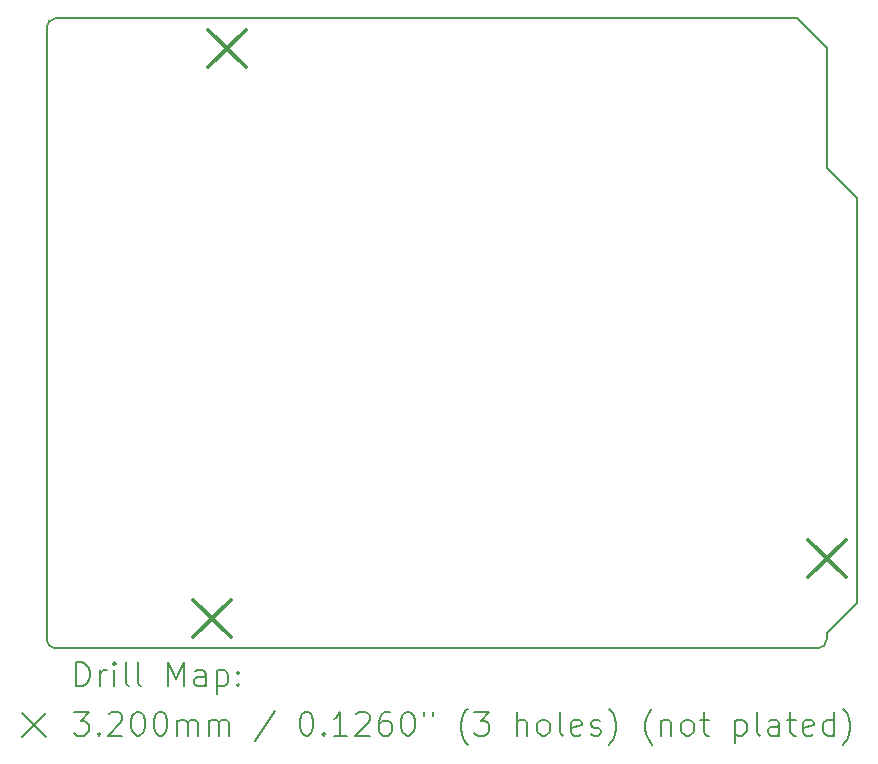
<source format=gbr>
%TF.GenerationSoftware,KiCad,Pcbnew,6.0.11-2627ca5db0~126~ubuntu20.04.1*%
%TF.CreationDate,2023-07-20T11:33:42+02:00*%
%TF.ProjectId,UNO_minimal,554e4f5f-6d69-46e6-996d-616c2e6b6963,rev?*%
%TF.SameCoordinates,Original*%
%TF.FileFunction,Drillmap*%
%TF.FilePolarity,Positive*%
%FSLAX45Y45*%
G04 Gerber Fmt 4.5, Leading zero omitted, Abs format (unit mm)*
G04 Created by KiCad (PCBNEW 6.0.11-2627ca5db0~126~ubuntu20.04.1) date 2023-07-20 11:33:42*
%MOMM*%
%LPD*%
G01*
G04 APERTURE LIST*
%ADD10C,0.150000*%
%ADD11C,0.200000*%
%ADD12C,0.320000*%
G04 APERTURE END LIST*
D10*
X16604000Y-5936000D02*
X16858000Y-6190000D01*
X10000000Y-9923800D02*
X10000000Y-4742200D01*
X16858000Y-6190000D02*
X16858000Y-9619000D01*
X16527800Y-10000000D02*
X10076200Y-10000000D01*
X10076200Y-4666000D02*
X16350000Y-4666000D01*
X10000000Y-9923800D02*
G75*
G03*
X10076200Y-10000000I76200J0D01*
G01*
X16858000Y-9619000D02*
X16604000Y-9873000D01*
X16350000Y-4666000D02*
X16604000Y-4920000D01*
X16527800Y-10000000D02*
G75*
G03*
X16604000Y-9923800I0J76200D01*
G01*
X16604000Y-4920000D02*
X16604000Y-5936000D01*
X16604000Y-9873000D02*
X16604000Y-9923800D01*
X10076200Y-4666000D02*
G75*
G03*
X10000000Y-4742200I0J-76200D01*
G01*
D11*
D12*
X11237000Y-9586000D02*
X11557000Y-9906000D01*
X11557000Y-9586000D02*
X11237000Y-9906000D01*
X11364000Y-4760000D02*
X11684000Y-5080000D01*
X11684000Y-4760000D02*
X11364000Y-5080000D01*
X16444000Y-9078000D02*
X16764000Y-9398000D01*
X16764000Y-9078000D02*
X16444000Y-9398000D01*
D11*
X10250119Y-10317976D02*
X10250119Y-10117976D01*
X10297738Y-10117976D01*
X10326310Y-10127500D01*
X10345357Y-10146548D01*
X10354881Y-10165595D01*
X10364405Y-10203690D01*
X10364405Y-10232262D01*
X10354881Y-10270357D01*
X10345357Y-10289405D01*
X10326310Y-10308452D01*
X10297738Y-10317976D01*
X10250119Y-10317976D01*
X10450119Y-10317976D02*
X10450119Y-10184643D01*
X10450119Y-10222738D02*
X10459643Y-10203690D01*
X10469167Y-10194167D01*
X10488214Y-10184643D01*
X10507262Y-10184643D01*
X10573929Y-10317976D02*
X10573929Y-10184643D01*
X10573929Y-10117976D02*
X10564405Y-10127500D01*
X10573929Y-10137024D01*
X10583452Y-10127500D01*
X10573929Y-10117976D01*
X10573929Y-10137024D01*
X10697738Y-10317976D02*
X10678690Y-10308452D01*
X10669167Y-10289405D01*
X10669167Y-10117976D01*
X10802500Y-10317976D02*
X10783452Y-10308452D01*
X10773929Y-10289405D01*
X10773929Y-10117976D01*
X11031071Y-10317976D02*
X11031071Y-10117976D01*
X11097738Y-10260833D01*
X11164405Y-10117976D01*
X11164405Y-10317976D01*
X11345357Y-10317976D02*
X11345357Y-10213214D01*
X11335833Y-10194167D01*
X11316786Y-10184643D01*
X11278690Y-10184643D01*
X11259643Y-10194167D01*
X11345357Y-10308452D02*
X11326309Y-10317976D01*
X11278690Y-10317976D01*
X11259643Y-10308452D01*
X11250119Y-10289405D01*
X11250119Y-10270357D01*
X11259643Y-10251310D01*
X11278690Y-10241786D01*
X11326309Y-10241786D01*
X11345357Y-10232262D01*
X11440595Y-10184643D02*
X11440595Y-10384643D01*
X11440595Y-10194167D02*
X11459643Y-10184643D01*
X11497738Y-10184643D01*
X11516786Y-10194167D01*
X11526309Y-10203690D01*
X11535833Y-10222738D01*
X11535833Y-10279881D01*
X11526309Y-10298929D01*
X11516786Y-10308452D01*
X11497738Y-10317976D01*
X11459643Y-10317976D01*
X11440595Y-10308452D01*
X11621548Y-10298929D02*
X11631071Y-10308452D01*
X11621548Y-10317976D01*
X11612024Y-10308452D01*
X11621548Y-10298929D01*
X11621548Y-10317976D01*
X11621548Y-10194167D02*
X11631071Y-10203690D01*
X11621548Y-10213214D01*
X11612024Y-10203690D01*
X11621548Y-10194167D01*
X11621548Y-10213214D01*
X9792500Y-10547500D02*
X9992500Y-10747500D01*
X9992500Y-10547500D02*
X9792500Y-10747500D01*
X10231071Y-10537976D02*
X10354881Y-10537976D01*
X10288214Y-10614167D01*
X10316786Y-10614167D01*
X10335833Y-10623690D01*
X10345357Y-10633214D01*
X10354881Y-10652262D01*
X10354881Y-10699881D01*
X10345357Y-10718929D01*
X10335833Y-10728452D01*
X10316786Y-10737976D01*
X10259643Y-10737976D01*
X10240595Y-10728452D01*
X10231071Y-10718929D01*
X10440595Y-10718929D02*
X10450119Y-10728452D01*
X10440595Y-10737976D01*
X10431071Y-10728452D01*
X10440595Y-10718929D01*
X10440595Y-10737976D01*
X10526310Y-10557024D02*
X10535833Y-10547500D01*
X10554881Y-10537976D01*
X10602500Y-10537976D01*
X10621548Y-10547500D01*
X10631071Y-10557024D01*
X10640595Y-10576071D01*
X10640595Y-10595119D01*
X10631071Y-10623690D01*
X10516786Y-10737976D01*
X10640595Y-10737976D01*
X10764405Y-10537976D02*
X10783452Y-10537976D01*
X10802500Y-10547500D01*
X10812024Y-10557024D01*
X10821548Y-10576071D01*
X10831071Y-10614167D01*
X10831071Y-10661786D01*
X10821548Y-10699881D01*
X10812024Y-10718929D01*
X10802500Y-10728452D01*
X10783452Y-10737976D01*
X10764405Y-10737976D01*
X10745357Y-10728452D01*
X10735833Y-10718929D01*
X10726310Y-10699881D01*
X10716786Y-10661786D01*
X10716786Y-10614167D01*
X10726310Y-10576071D01*
X10735833Y-10557024D01*
X10745357Y-10547500D01*
X10764405Y-10537976D01*
X10954881Y-10537976D02*
X10973929Y-10537976D01*
X10992976Y-10547500D01*
X11002500Y-10557024D01*
X11012024Y-10576071D01*
X11021548Y-10614167D01*
X11021548Y-10661786D01*
X11012024Y-10699881D01*
X11002500Y-10718929D01*
X10992976Y-10728452D01*
X10973929Y-10737976D01*
X10954881Y-10737976D01*
X10935833Y-10728452D01*
X10926310Y-10718929D01*
X10916786Y-10699881D01*
X10907262Y-10661786D01*
X10907262Y-10614167D01*
X10916786Y-10576071D01*
X10926310Y-10557024D01*
X10935833Y-10547500D01*
X10954881Y-10537976D01*
X11107262Y-10737976D02*
X11107262Y-10604643D01*
X11107262Y-10623690D02*
X11116786Y-10614167D01*
X11135833Y-10604643D01*
X11164405Y-10604643D01*
X11183452Y-10614167D01*
X11192976Y-10633214D01*
X11192976Y-10737976D01*
X11192976Y-10633214D02*
X11202500Y-10614167D01*
X11221548Y-10604643D01*
X11250119Y-10604643D01*
X11269167Y-10614167D01*
X11278690Y-10633214D01*
X11278690Y-10737976D01*
X11373928Y-10737976D02*
X11373928Y-10604643D01*
X11373928Y-10623690D02*
X11383452Y-10614167D01*
X11402500Y-10604643D01*
X11431071Y-10604643D01*
X11450119Y-10614167D01*
X11459643Y-10633214D01*
X11459643Y-10737976D01*
X11459643Y-10633214D02*
X11469167Y-10614167D01*
X11488214Y-10604643D01*
X11516786Y-10604643D01*
X11535833Y-10614167D01*
X11545357Y-10633214D01*
X11545357Y-10737976D01*
X11935833Y-10528452D02*
X11764405Y-10785595D01*
X12192976Y-10537976D02*
X12212024Y-10537976D01*
X12231071Y-10547500D01*
X12240595Y-10557024D01*
X12250119Y-10576071D01*
X12259643Y-10614167D01*
X12259643Y-10661786D01*
X12250119Y-10699881D01*
X12240595Y-10718929D01*
X12231071Y-10728452D01*
X12212024Y-10737976D01*
X12192976Y-10737976D01*
X12173928Y-10728452D01*
X12164405Y-10718929D01*
X12154881Y-10699881D01*
X12145357Y-10661786D01*
X12145357Y-10614167D01*
X12154881Y-10576071D01*
X12164405Y-10557024D01*
X12173928Y-10547500D01*
X12192976Y-10537976D01*
X12345357Y-10718929D02*
X12354881Y-10728452D01*
X12345357Y-10737976D01*
X12335833Y-10728452D01*
X12345357Y-10718929D01*
X12345357Y-10737976D01*
X12545357Y-10737976D02*
X12431071Y-10737976D01*
X12488214Y-10737976D02*
X12488214Y-10537976D01*
X12469167Y-10566548D01*
X12450119Y-10585595D01*
X12431071Y-10595119D01*
X12621548Y-10557024D02*
X12631071Y-10547500D01*
X12650119Y-10537976D01*
X12697738Y-10537976D01*
X12716786Y-10547500D01*
X12726309Y-10557024D01*
X12735833Y-10576071D01*
X12735833Y-10595119D01*
X12726309Y-10623690D01*
X12612024Y-10737976D01*
X12735833Y-10737976D01*
X12907262Y-10537976D02*
X12869167Y-10537976D01*
X12850119Y-10547500D01*
X12840595Y-10557024D01*
X12821548Y-10585595D01*
X12812024Y-10623690D01*
X12812024Y-10699881D01*
X12821548Y-10718929D01*
X12831071Y-10728452D01*
X12850119Y-10737976D01*
X12888214Y-10737976D01*
X12907262Y-10728452D01*
X12916786Y-10718929D01*
X12926309Y-10699881D01*
X12926309Y-10652262D01*
X12916786Y-10633214D01*
X12907262Y-10623690D01*
X12888214Y-10614167D01*
X12850119Y-10614167D01*
X12831071Y-10623690D01*
X12821548Y-10633214D01*
X12812024Y-10652262D01*
X13050119Y-10537976D02*
X13069167Y-10537976D01*
X13088214Y-10547500D01*
X13097738Y-10557024D01*
X13107262Y-10576071D01*
X13116786Y-10614167D01*
X13116786Y-10661786D01*
X13107262Y-10699881D01*
X13097738Y-10718929D01*
X13088214Y-10728452D01*
X13069167Y-10737976D01*
X13050119Y-10737976D01*
X13031071Y-10728452D01*
X13021548Y-10718929D01*
X13012024Y-10699881D01*
X13002500Y-10661786D01*
X13002500Y-10614167D01*
X13012024Y-10576071D01*
X13021548Y-10557024D01*
X13031071Y-10547500D01*
X13050119Y-10537976D01*
X13192976Y-10537976D02*
X13192976Y-10576071D01*
X13269167Y-10537976D02*
X13269167Y-10576071D01*
X13564405Y-10814167D02*
X13554881Y-10804643D01*
X13535833Y-10776071D01*
X13526309Y-10757024D01*
X13516786Y-10728452D01*
X13507262Y-10680833D01*
X13507262Y-10642738D01*
X13516786Y-10595119D01*
X13526309Y-10566548D01*
X13535833Y-10547500D01*
X13554881Y-10518929D01*
X13564405Y-10509405D01*
X13621548Y-10537976D02*
X13745357Y-10537976D01*
X13678690Y-10614167D01*
X13707262Y-10614167D01*
X13726309Y-10623690D01*
X13735833Y-10633214D01*
X13745357Y-10652262D01*
X13745357Y-10699881D01*
X13735833Y-10718929D01*
X13726309Y-10728452D01*
X13707262Y-10737976D01*
X13650119Y-10737976D01*
X13631071Y-10728452D01*
X13621548Y-10718929D01*
X13983452Y-10737976D02*
X13983452Y-10537976D01*
X14069167Y-10737976D02*
X14069167Y-10633214D01*
X14059643Y-10614167D01*
X14040595Y-10604643D01*
X14012024Y-10604643D01*
X13992976Y-10614167D01*
X13983452Y-10623690D01*
X14192976Y-10737976D02*
X14173928Y-10728452D01*
X14164405Y-10718929D01*
X14154881Y-10699881D01*
X14154881Y-10642738D01*
X14164405Y-10623690D01*
X14173928Y-10614167D01*
X14192976Y-10604643D01*
X14221548Y-10604643D01*
X14240595Y-10614167D01*
X14250119Y-10623690D01*
X14259643Y-10642738D01*
X14259643Y-10699881D01*
X14250119Y-10718929D01*
X14240595Y-10728452D01*
X14221548Y-10737976D01*
X14192976Y-10737976D01*
X14373928Y-10737976D02*
X14354881Y-10728452D01*
X14345357Y-10709405D01*
X14345357Y-10537976D01*
X14526309Y-10728452D02*
X14507262Y-10737976D01*
X14469167Y-10737976D01*
X14450119Y-10728452D01*
X14440595Y-10709405D01*
X14440595Y-10633214D01*
X14450119Y-10614167D01*
X14469167Y-10604643D01*
X14507262Y-10604643D01*
X14526309Y-10614167D01*
X14535833Y-10633214D01*
X14535833Y-10652262D01*
X14440595Y-10671310D01*
X14612024Y-10728452D02*
X14631071Y-10737976D01*
X14669167Y-10737976D01*
X14688214Y-10728452D01*
X14697738Y-10709405D01*
X14697738Y-10699881D01*
X14688214Y-10680833D01*
X14669167Y-10671310D01*
X14640595Y-10671310D01*
X14621548Y-10661786D01*
X14612024Y-10642738D01*
X14612024Y-10633214D01*
X14621548Y-10614167D01*
X14640595Y-10604643D01*
X14669167Y-10604643D01*
X14688214Y-10614167D01*
X14764405Y-10814167D02*
X14773928Y-10804643D01*
X14792976Y-10776071D01*
X14802500Y-10757024D01*
X14812024Y-10728452D01*
X14821548Y-10680833D01*
X14821548Y-10642738D01*
X14812024Y-10595119D01*
X14802500Y-10566548D01*
X14792976Y-10547500D01*
X14773928Y-10518929D01*
X14764405Y-10509405D01*
X15126309Y-10814167D02*
X15116786Y-10804643D01*
X15097738Y-10776071D01*
X15088214Y-10757024D01*
X15078690Y-10728452D01*
X15069167Y-10680833D01*
X15069167Y-10642738D01*
X15078690Y-10595119D01*
X15088214Y-10566548D01*
X15097738Y-10547500D01*
X15116786Y-10518929D01*
X15126309Y-10509405D01*
X15202500Y-10604643D02*
X15202500Y-10737976D01*
X15202500Y-10623690D02*
X15212024Y-10614167D01*
X15231071Y-10604643D01*
X15259643Y-10604643D01*
X15278690Y-10614167D01*
X15288214Y-10633214D01*
X15288214Y-10737976D01*
X15412024Y-10737976D02*
X15392976Y-10728452D01*
X15383452Y-10718929D01*
X15373928Y-10699881D01*
X15373928Y-10642738D01*
X15383452Y-10623690D01*
X15392976Y-10614167D01*
X15412024Y-10604643D01*
X15440595Y-10604643D01*
X15459643Y-10614167D01*
X15469167Y-10623690D01*
X15478690Y-10642738D01*
X15478690Y-10699881D01*
X15469167Y-10718929D01*
X15459643Y-10728452D01*
X15440595Y-10737976D01*
X15412024Y-10737976D01*
X15535833Y-10604643D02*
X15612024Y-10604643D01*
X15564405Y-10537976D02*
X15564405Y-10709405D01*
X15573928Y-10728452D01*
X15592976Y-10737976D01*
X15612024Y-10737976D01*
X15831071Y-10604643D02*
X15831071Y-10804643D01*
X15831071Y-10614167D02*
X15850119Y-10604643D01*
X15888214Y-10604643D01*
X15907262Y-10614167D01*
X15916786Y-10623690D01*
X15926309Y-10642738D01*
X15926309Y-10699881D01*
X15916786Y-10718929D01*
X15907262Y-10728452D01*
X15888214Y-10737976D01*
X15850119Y-10737976D01*
X15831071Y-10728452D01*
X16040595Y-10737976D02*
X16021548Y-10728452D01*
X16012024Y-10709405D01*
X16012024Y-10537976D01*
X16202500Y-10737976D02*
X16202500Y-10633214D01*
X16192976Y-10614167D01*
X16173928Y-10604643D01*
X16135833Y-10604643D01*
X16116786Y-10614167D01*
X16202500Y-10728452D02*
X16183452Y-10737976D01*
X16135833Y-10737976D01*
X16116786Y-10728452D01*
X16107262Y-10709405D01*
X16107262Y-10690357D01*
X16116786Y-10671310D01*
X16135833Y-10661786D01*
X16183452Y-10661786D01*
X16202500Y-10652262D01*
X16269167Y-10604643D02*
X16345357Y-10604643D01*
X16297738Y-10537976D02*
X16297738Y-10709405D01*
X16307262Y-10728452D01*
X16326309Y-10737976D01*
X16345357Y-10737976D01*
X16488214Y-10728452D02*
X16469167Y-10737976D01*
X16431071Y-10737976D01*
X16412024Y-10728452D01*
X16402500Y-10709405D01*
X16402500Y-10633214D01*
X16412024Y-10614167D01*
X16431071Y-10604643D01*
X16469167Y-10604643D01*
X16488214Y-10614167D01*
X16497738Y-10633214D01*
X16497738Y-10652262D01*
X16402500Y-10671310D01*
X16669167Y-10737976D02*
X16669167Y-10537976D01*
X16669167Y-10728452D02*
X16650119Y-10737976D01*
X16612024Y-10737976D01*
X16592976Y-10728452D01*
X16583452Y-10718929D01*
X16573928Y-10699881D01*
X16573928Y-10642738D01*
X16583452Y-10623690D01*
X16592976Y-10614167D01*
X16612024Y-10604643D01*
X16650119Y-10604643D01*
X16669167Y-10614167D01*
X16745357Y-10814167D02*
X16754881Y-10804643D01*
X16773928Y-10776071D01*
X16783452Y-10757024D01*
X16792976Y-10728452D01*
X16802500Y-10680833D01*
X16802500Y-10642738D01*
X16792976Y-10595119D01*
X16783452Y-10566548D01*
X16773928Y-10547500D01*
X16754881Y-10518929D01*
X16745357Y-10509405D01*
M02*

</source>
